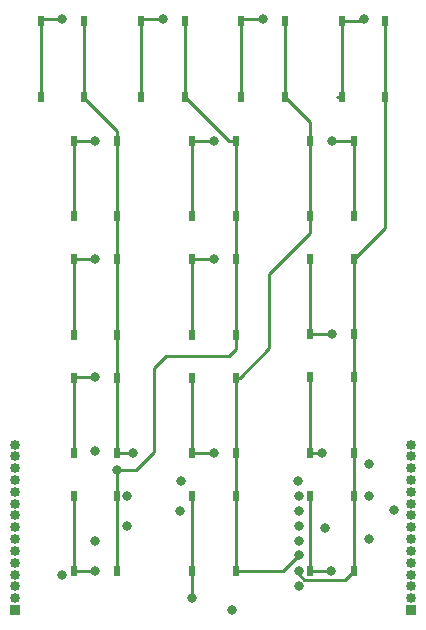
<source format=gbr>
%TF.GenerationSoftware,KiCad,Pcbnew,8.0.1*%
%TF.CreationDate,2024-03-24T18:55:33-05:00*%
%TF.ProjectId,TTWR Keypad,54545752-204b-4657-9970-61642e6b6963,V01*%
%TF.SameCoordinates,Original*%
%TF.FileFunction,Copper,L1,Top*%
%TF.FilePolarity,Positive*%
%FSLAX46Y46*%
G04 Gerber Fmt 4.6, Leading zero omitted, Abs format (unit mm)*
G04 Created by KiCad (PCBNEW 8.0.1) date 2024-03-24 18:55:33*
%MOMM*%
%LPD*%
G01*
G04 APERTURE LIST*
%TA.AperFunction,SMDPad,CuDef*%
%ADD10R,0.558800X0.952500*%
%TD*%
%TA.AperFunction,ComponentPad*%
%ADD11R,0.850000X0.850000*%
%TD*%
%TA.AperFunction,ComponentPad*%
%ADD12O,0.850000X0.850000*%
%TD*%
%TA.AperFunction,ViaPad*%
%ADD13C,0.800000*%
%TD*%
%TA.AperFunction,Conductor*%
%ADD14C,0.250000*%
%TD*%
G04 APERTURE END LIST*
D10*
%TO.P,U3,1,1*%
%TO.N,COL_0*%
X159663200Y-63318650D03*
%TO.P,U3,2,2*%
X159663200Y-69681350D03*
%TO.P,U3,3,3*%
%TO.N,Net-(D3-A)*%
X155954800Y-63318650D03*
%TO.P,U3,4,4*%
X155954800Y-69681350D03*
%TD*%
%TO.P,U12,4,4*%
%TO.N,Net-(D12-A)*%
X165970800Y-89681350D03*
%TO.P,U12,3,3*%
X165970800Y-83318650D03*
%TO.P,U12,2,2*%
%TO.N,COL_2*%
X169679200Y-89681350D03*
%TO.P,U12,1,1*%
X169679200Y-83318650D03*
%TD*%
%TO.P,U8,1,1*%
%TO.N,COL_1*%
X159663200Y-83318650D03*
%TO.P,U8,2,2*%
X159663200Y-89681350D03*
%TO.P,U8,3,3*%
%TO.N,Net-(D8-A)*%
X155954800Y-83318650D03*
%TO.P,U8,4,4*%
X155954800Y-89681350D03*
%TD*%
%TO.P,U1,1,1*%
%TO.N,COL_0*%
X156854200Y-43167300D03*
%TO.P,U1,2,2*%
X156854200Y-49530000D03*
%TO.P,U1,3,3*%
%TO.N,Net-(D1-A)*%
X153145800Y-43167300D03*
%TO.P,U1,4,4*%
X153145800Y-49530000D03*
%TD*%
%TO.P,U14,4,4*%
%TO.N,Net-(D14-A)*%
X175995800Y-69676150D03*
%TO.P,U14,3,3*%
X175995800Y-63313450D03*
%TO.P,U14,2,2*%
%TO.N,COL_3*%
X179704200Y-69676150D03*
%TO.P,U14,1,1*%
X179704200Y-63313450D03*
%TD*%
%TO.P,U13,1,1*%
%TO.N,COL_3*%
X182354200Y-43167300D03*
%TO.P,U13,2,2*%
X182354200Y-49530000D03*
%TO.P,U13,3,3*%
%TO.N,Net-(D13-A)*%
X178645800Y-43167300D03*
%TO.P,U13,4,4*%
X178645800Y-49530000D03*
%TD*%
%TO.P,U6,4,4*%
%TO.N,Net-(D6-A)*%
X165970800Y-59681350D03*
%TO.P,U6,3,3*%
X165970800Y-53318650D03*
%TO.P,U6,2,2*%
%TO.N,COL_1*%
X169679200Y-59681350D03*
%TO.P,U6,1,1*%
X169679200Y-53318650D03*
%TD*%
D11*
%TO.P,J2,1,Pin_1*%
%TO.N,Net-(J2-Pin_1)*%
X151000000Y-93000000D03*
D12*
%TO.P,J2,2,Pin_2*%
%TO.N,unconnected-(J2-Pin_2-Pad2)*%
X151000000Y-92000000D03*
%TO.P,J2,3,Pin_3*%
%TO.N,unconnected-(J2-Pin_3-Pad3)*%
X151000000Y-91000000D03*
%TO.P,J2,4,Pin_4*%
%TO.N,unconnected-(J2-Pin_4-Pad4)*%
X151000000Y-90000000D03*
%TO.P,J2,5,Pin_5*%
%TO.N,unconnected-(J2-Pin_5-Pad5)*%
X151000000Y-89000000D03*
%TO.P,J2,6,Pin_6*%
%TO.N,unconnected-(J2-Pin_6-Pad6)*%
X151000000Y-88000000D03*
%TO.P,J2,7,Pin_7*%
%TO.N,unconnected-(J2-Pin_7-Pad7)*%
X151000000Y-87000000D03*
%TO.P,J2,8,Pin_8*%
%TO.N,unconnected-(J2-Pin_8-Pad8)*%
X151000000Y-86000000D03*
%TO.P,J2,9,Pin_9*%
%TO.N,unconnected-(J2-Pin_9-Pad9)*%
X151000000Y-85000000D03*
%TO.P,J2,10,Pin_10*%
%TO.N,unconnected-(J2-Pin_10-Pad10)*%
X151000000Y-84000000D03*
%TO.P,J2,11,Pin_11*%
%TO.N,unconnected-(J2-Pin_11-Pad11)*%
X151000000Y-83000000D03*
%TO.P,J2,12,Pin_12*%
%TO.N,unconnected-(J2-Pin_12-Pad12)*%
X151000000Y-82000000D03*
%TO.P,J2,13,Pin_13*%
%TO.N,GND*%
X151000000Y-81000000D03*
%TO.P,J2,14,Pin_14*%
%TO.N,unconnected-(J2-Pin_14-Pad14)*%
X151000000Y-80000000D03*
%TO.P,J2,15,Pin_15*%
%TO.N,GND*%
X151000000Y-79000000D03*
%TD*%
D11*
%TO.P,J1,1,Pin_1*%
%TO.N,GND*%
X184500000Y-93000000D03*
D12*
%TO.P,J1,2,Pin_2*%
%TO.N,unconnected-(J1-Pin_2-Pad2)*%
X184500000Y-92000000D03*
%TO.P,J1,3,Pin_3*%
%TO.N,unconnected-(J1-Pin_3-Pad3)*%
X184500000Y-91000000D03*
%TO.P,J1,4,Pin_4*%
%TO.N,unconnected-(J1-Pin_4-Pad4)*%
X184500000Y-90000000D03*
%TO.P,J1,5,Pin_5*%
%TO.N,/IO Expander/SDA*%
X184500000Y-89000000D03*
%TO.P,J1,6,Pin_6*%
%TO.N,/IO Expander/SCL*%
X184500000Y-88000000D03*
%TO.P,J1,7,Pin_7*%
%TO.N,GND*%
X184500000Y-87000000D03*
%TO.P,J1,8,Pin_8*%
%TO.N,+3.3V*%
X184500000Y-86000000D03*
%TO.P,J1,9,Pin_9*%
%TO.N,unconnected-(J1-Pin_9-Pad9)*%
X184500000Y-85000000D03*
%TO.P,J1,10,Pin_10*%
%TO.N,unconnected-(J1-Pin_10-Pad10)*%
X184500000Y-84000000D03*
%TO.P,J1,11,Pin_11*%
%TO.N,unconnected-(J1-Pin_11-Pad11)*%
X184500000Y-83000000D03*
%TO.P,J1,12,Pin_12*%
%TO.N,unconnected-(J1-Pin_12-Pad12)*%
X184500000Y-82000000D03*
%TO.P,J1,13,Pin_13*%
%TO.N,unconnected-(J1-Pin_13-Pad13)*%
X184500000Y-81000000D03*
%TO.P,J1,14,Pin_14*%
%TO.N,unconnected-(J1-Pin_14-Pad14)*%
X184500000Y-80000000D03*
%TO.P,J1,15,Pin_15*%
%TO.N,unconnected-(J1-Pin_15-Pad15)*%
X184500000Y-79000000D03*
%TD*%
D10*
%TO.P,U4,1,1*%
%TO.N,COL_0*%
X159663200Y-73318650D03*
%TO.P,U4,2,2*%
X159663200Y-79681350D03*
%TO.P,U4,3,3*%
%TO.N,Net-(D4-A)*%
X155954800Y-73318650D03*
%TO.P,U4,4,4*%
X155954800Y-79681350D03*
%TD*%
%TO.P,U15,4,4*%
%TO.N,Net-(D15-A)*%
X175995800Y-79676150D03*
%TO.P,U15,3,3*%
X175995800Y-73313450D03*
%TO.P,U15,2,2*%
%TO.N,COL_3*%
X179704200Y-79676150D03*
%TO.P,U15,1,1*%
X179704200Y-73313450D03*
%TD*%
%TO.P,U7,4,4*%
%TO.N,Net-(D7-A)*%
X165970800Y-69681350D03*
%TO.P,U7,3,3*%
X165970800Y-63318650D03*
%TO.P,U7,2,2*%
%TO.N,COL_1*%
X169679200Y-69681350D03*
%TO.P,U7,1,1*%
X169679200Y-63318650D03*
%TD*%
%TO.P,U5,4,4*%
%TO.N,Net-(D5-A)*%
X161645800Y-49530000D03*
%TO.P,U5,3,3*%
X161645800Y-43167300D03*
%TO.P,U5,2,2*%
%TO.N,COL_1*%
X165354200Y-49530000D03*
%TO.P,U5,1,1*%
X165354200Y-43167300D03*
%TD*%
%TO.P,U9,1,1*%
%TO.N,COL_2*%
X173854200Y-43167300D03*
%TO.P,U9,2,2*%
X173854200Y-49530000D03*
%TO.P,U9,3,3*%
%TO.N,Net-(D9-A)*%
X170145800Y-43167300D03*
%TO.P,U9,4,4*%
X170145800Y-49530000D03*
%TD*%
%TO.P,U2,1,1*%
%TO.N,COL_0*%
X159663200Y-53318650D03*
%TO.P,U2,2,2*%
X159663200Y-59681350D03*
%TO.P,U2,3,3*%
%TO.N,Net-(D2-A)*%
X155954800Y-53318650D03*
%TO.P,U2,4,4*%
X155954800Y-59681350D03*
%TD*%
%TO.P,U16,4,4*%
%TO.N,Net-(D16-A)*%
X175995800Y-89676150D03*
%TO.P,U16,3,3*%
X175995800Y-83313450D03*
%TO.P,U16,2,2*%
%TO.N,COL_3*%
X179704200Y-89676150D03*
%TO.P,U16,1,1*%
X179704200Y-83313450D03*
%TD*%
%TO.P,U10,4,4*%
%TO.N,Net-(D10-A)*%
X179704200Y-53313450D03*
%TO.P,U10,3,3*%
X179704200Y-59676150D03*
%TO.P,U10,2,2*%
%TO.N,COL_2*%
X175995800Y-53313450D03*
%TO.P,U10,1,1*%
X175995800Y-59676150D03*
%TD*%
%TO.P,U11,4,4*%
%TO.N,Net-(D11-A)*%
X165970800Y-79681350D03*
%TO.P,U11,3,3*%
X165970800Y-73318650D03*
%TO.P,U11,2,2*%
%TO.N,COL_2*%
X169679200Y-79681350D03*
%TO.P,U11,1,1*%
X169679200Y-73318650D03*
%TD*%
D13*
%TO.N,COL_0*%
X160975000Y-79675000D03*
%TO.N,COL_1*%
X159650000Y-81125000D03*
%TO.N,Net-(D12-A)*%
X165975000Y-91975000D03*
%TO.N,Net-(D16-A)*%
X177750000Y-89675000D03*
%TO.N,Net-(D15-A)*%
X176950000Y-79675000D03*
%TO.N,Net-(D11-A)*%
X167825000Y-79675000D03*
%TO.N,ROW_3*%
X157800000Y-79500000D03*
X157775000Y-87150000D03*
%TO.N,Net-(D8-A)*%
X157775000Y-89675000D03*
%TO.N,Net-(D4-A)*%
X157800000Y-73300000D03*
%TO.N,Net-(D3-A)*%
X157800000Y-63325000D03*
%TO.N,Net-(D14-A)*%
X177850000Y-69675000D03*
%TO.N,Net-(D7-A)*%
X167825000Y-63325000D03*
%TO.N,Net-(D10-A)*%
X177850000Y-53300000D03*
%TO.N,Net-(D6-A)*%
X167825000Y-53325000D03*
%TO.N,Net-(D2-A)*%
X157800000Y-53325000D03*
%TO.N,Net-(D13-A)*%
X180500000Y-43000000D03*
%TO.N,COL_3*%
X175000000Y-89700000D03*
%TO.N,COL_2*%
X175000000Y-88375000D03*
%TO.N,COL_1*%
X175000000Y-87150000D03*
%TO.N,COL_0*%
X175000000Y-85875000D03*
%TO.N,GND*%
X183075000Y-84500000D03*
%TO.N,+3.3V*%
X177250000Y-86025000D03*
%TO.N,/IO Expander/A0*%
X180975000Y-80600000D03*
%TO.N,/IO Expander/A2*%
X180975000Y-87000000D03*
%TO.N,/IO Expander/A1*%
X180975000Y-83325000D03*
%TO.N,/IO Expander/A2*%
X175000000Y-84600000D03*
%TO.N,/IO Expander/A1*%
X175000000Y-83325000D03*
%TO.N,/IO Expander/A0*%
X174975000Y-82050000D03*
%TO.N,/IO Expander/SDA*%
X160500000Y-83325000D03*
%TO.N,+3.3V*%
X169400000Y-93000000D03*
%TO.N,/IO Expander/SCL*%
X164995000Y-84595000D03*
%TO.N,/IO Expander/INT*%
X160500000Y-85875000D03*
X154975000Y-90000000D03*
%TO.N,+3.3V*%
X165000000Y-82050000D03*
%TO.N,GND*%
X175000000Y-90950000D03*
%TO.N,Net-(D1-A)*%
X155000000Y-43000000D03*
%TO.N,Net-(D9-A)*%
X172000000Y-43000000D03*
%TO.N,Net-(D5-A)*%
X163500000Y-43000000D03*
%TD*%
D14*
%TO.N,COL_1*%
X159650000Y-81125000D02*
X159650000Y-83305450D01*
X159650000Y-83305450D02*
X159663200Y-83318650D01*
X159650000Y-81125000D02*
X161250000Y-81125000D01*
X161250000Y-81125000D02*
X162750000Y-79625000D01*
%TO.N,COL_0*%
X159663200Y-79681350D02*
X160968650Y-79681350D01*
X160968650Y-79681350D02*
X160975000Y-79675000D01*
%TO.N,Net-(D12-A)*%
X165975000Y-91975000D02*
X165975000Y-89685550D01*
X165975000Y-89685550D02*
X165970800Y-89681350D01*
%TO.N,Net-(D16-A)*%
X177748850Y-89676150D02*
X177750000Y-89675000D01*
X175995800Y-89676150D02*
X177748850Y-89676150D01*
%TO.N,Net-(D15-A)*%
X176950000Y-79675000D02*
X175996950Y-79675000D01*
X175996950Y-79675000D02*
X175995800Y-79676150D01*
%TO.N,Net-(D11-A)*%
X167825000Y-79675000D02*
X165977150Y-79675000D01*
X165977150Y-79675000D02*
X165970800Y-79681350D01*
%TO.N,Net-(D8-A)*%
X155954800Y-89681350D02*
X157768650Y-89681350D01*
X157768650Y-89681350D02*
X157775000Y-89675000D01*
%TO.N,Net-(D4-A)*%
X155973450Y-73300000D02*
X155954800Y-73318650D01*
X157800000Y-73300000D02*
X155973450Y-73300000D01*
%TO.N,Net-(D3-A)*%
X157800000Y-63325000D02*
X155961150Y-63325000D01*
X155961150Y-63325000D02*
X155954800Y-63318650D01*
%TO.N,Net-(D14-A)*%
X177850000Y-69675000D02*
X175996950Y-69675000D01*
X175996950Y-69675000D02*
X175995800Y-69676150D01*
%TO.N,Net-(D7-A)*%
X167825000Y-63325000D02*
X165977150Y-63325000D01*
X165977150Y-63325000D02*
X165970800Y-63318650D01*
%TO.N,Net-(D10-A)*%
X179704200Y-53313450D02*
X177863450Y-53313450D01*
X177863450Y-53313450D02*
X177850000Y-53300000D01*
%TO.N,COL_2*%
X175995800Y-59676150D02*
X175995800Y-61079200D01*
X175995800Y-61079200D02*
X172500000Y-64575000D01*
X172500000Y-64575000D02*
X172500000Y-70850000D01*
X172500000Y-70850000D02*
X170031350Y-73318650D01*
X170031350Y-73318650D02*
X169679200Y-73318650D01*
X175995800Y-53313450D02*
X175995800Y-51671600D01*
X175995800Y-51671600D02*
X173854200Y-49530000D01*
X175995800Y-53313450D02*
X175995800Y-59676150D01*
%TO.N,Net-(D10-A)*%
X179704200Y-53313450D02*
X179704200Y-59676150D01*
%TO.N,COL_2*%
X176009250Y-53300000D02*
X175995800Y-53313450D01*
%TO.N,Net-(D6-A)*%
X165977150Y-53325000D02*
X165970800Y-53318650D01*
X167825000Y-53325000D02*
X165977150Y-53325000D01*
%TO.N,Net-(D2-A)*%
X157800000Y-53325000D02*
X155961150Y-53325000D01*
X155961150Y-53325000D02*
X155954800Y-53318650D01*
%TO.N,COL_0*%
X156854200Y-49530000D02*
X156854200Y-49670800D01*
X156854200Y-49670800D02*
X159663200Y-52479800D01*
X159663200Y-52479800D02*
X159663200Y-53318650D01*
%TO.N,COL_1*%
X169679200Y-53318650D02*
X169142850Y-53318650D01*
X169142850Y-53318650D02*
X165354200Y-49530000D01*
X174729595Y-87150000D02*
X175000000Y-87150000D01*
%TO.N,COL_3*%
X175000000Y-89700000D02*
X175000000Y-89986000D01*
X175000000Y-89986000D02*
X175464000Y-90450000D01*
X175464000Y-90450000D02*
X178930350Y-90450000D01*
X178930350Y-90450000D02*
X179704200Y-89676150D01*
%TO.N,COL_2*%
X175000000Y-88375000D02*
X173693650Y-89681350D01*
X173693650Y-89681350D02*
X169679200Y-89681350D01*
%TO.N,COL_1*%
X169679200Y-70895800D02*
X169679200Y-69681350D01*
X162750000Y-79625000D02*
X162750000Y-72500000D01*
X162750000Y-72500000D02*
X163750000Y-71500000D01*
X163750000Y-71500000D02*
X169075000Y-71500000D01*
X169075000Y-71500000D02*
X169679200Y-70895800D01*
%TO.N,COL_3*%
X182354200Y-49530000D02*
X182354200Y-60663450D01*
X182354200Y-60663450D02*
X179704200Y-63313450D01*
%TO.N,Net-(D13-A)*%
X178645800Y-43167300D02*
X180332700Y-43167300D01*
X180332700Y-43167300D02*
X180500000Y-43000000D01*
X180667300Y-43167300D02*
X180500000Y-43000000D01*
%TO.N,COL_3*%
X182354200Y-49530000D02*
X182354200Y-43167300D01*
%TO.N,Net-(D13-A)*%
X178645800Y-49530000D02*
X178645800Y-43167300D01*
X178645800Y-49530000D02*
X178270000Y-49530000D01*
%TO.N,Net-(D1-A)*%
X153313100Y-43000000D02*
X153145800Y-43167300D01*
X153145800Y-49530000D02*
X153145800Y-43167300D01*
X155000000Y-43000000D02*
X153313100Y-43000000D01*
%TO.N,Net-(D2-A)*%
X155954800Y-53318650D02*
X155954800Y-59681350D01*
%TO.N,Net-(D3-A)*%
X155954800Y-63318650D02*
X155954800Y-69681350D01*
%TO.N,Net-(D4-A)*%
X155954800Y-73318650D02*
X155954800Y-79681350D01*
%TO.N,Net-(D8-A)*%
X155954800Y-83318650D02*
X155954800Y-89681350D01*
%TO.N,Net-(D9-A)*%
X170145800Y-49530000D02*
X170145800Y-43167300D01*
X172000000Y-43000000D02*
X170313100Y-43000000D01*
X170313100Y-43000000D02*
X170145800Y-43167300D01*
%TO.N,Net-(D11-A)*%
X165970800Y-73318650D02*
X165970800Y-79681350D01*
%TO.N,Net-(D12-A)*%
X165970800Y-83318650D02*
X165970800Y-89681350D01*
%TO.N,Net-(D14-A)*%
X175995800Y-63313450D02*
X175995800Y-69676150D01*
%TO.N,Net-(D15-A)*%
X175995800Y-73313450D02*
X175995800Y-79676150D01*
%TO.N,Net-(D16-A)*%
X175995800Y-83313450D02*
X175995800Y-89676150D01*
%TO.N,Net-(D5-A)*%
X163500000Y-43000000D02*
X161813100Y-43000000D01*
X161813100Y-43000000D02*
X161645800Y-43167300D01*
X161645800Y-49530000D02*
X161645800Y-43167300D01*
%TO.N,Net-(D6-A)*%
X165970800Y-53318650D02*
X165970800Y-59681350D01*
%TO.N,Net-(D7-A)*%
X165970800Y-63318650D02*
X165970800Y-69681350D01*
%TO.N,unconnected-(J1-Pin_9-Pad9)*%
X184400000Y-85000000D02*
X184500000Y-85000000D01*
%TO.N,COL_0*%
X159663200Y-53318650D02*
X159663200Y-59681350D01*
X159663200Y-63318650D02*
X159663200Y-69681350D01*
X159663200Y-59681350D02*
X159663200Y-63318650D01*
X159663200Y-69681350D02*
X159663200Y-73318650D01*
X159663200Y-73318650D02*
X159663200Y-79681350D01*
X156854200Y-43167300D02*
X156854200Y-49530000D01*
%TO.N,COL_1*%
X169679200Y-53318650D02*
X169679200Y-59681350D01*
X169679200Y-63318650D02*
X169679200Y-69681350D01*
X169679200Y-59681350D02*
X169679200Y-63318650D01*
X165354200Y-43145800D02*
X165354200Y-43167300D01*
X165354200Y-43167300D02*
X165354200Y-49530000D01*
X159663200Y-83318650D02*
X159663200Y-89681350D01*
%TO.N,COL_2*%
X169679200Y-79681350D02*
X169679200Y-83318650D01*
X169679200Y-73318650D02*
X169679200Y-79681350D01*
X173854200Y-43167300D02*
X173854200Y-49530000D01*
X169679200Y-83318650D02*
X169679200Y-89681350D01*
X173854200Y-43145800D02*
X173854200Y-43167300D01*
%TO.N,COL_3*%
X179704200Y-73313450D02*
X179704200Y-79676150D01*
X179704200Y-79676150D02*
X179704200Y-83313450D01*
X179704200Y-63313450D02*
X179704200Y-69676150D01*
X179704200Y-83313450D02*
X179704200Y-89676150D01*
X179704200Y-69676150D02*
X179704200Y-73313450D01*
%TD*%
M02*

</source>
